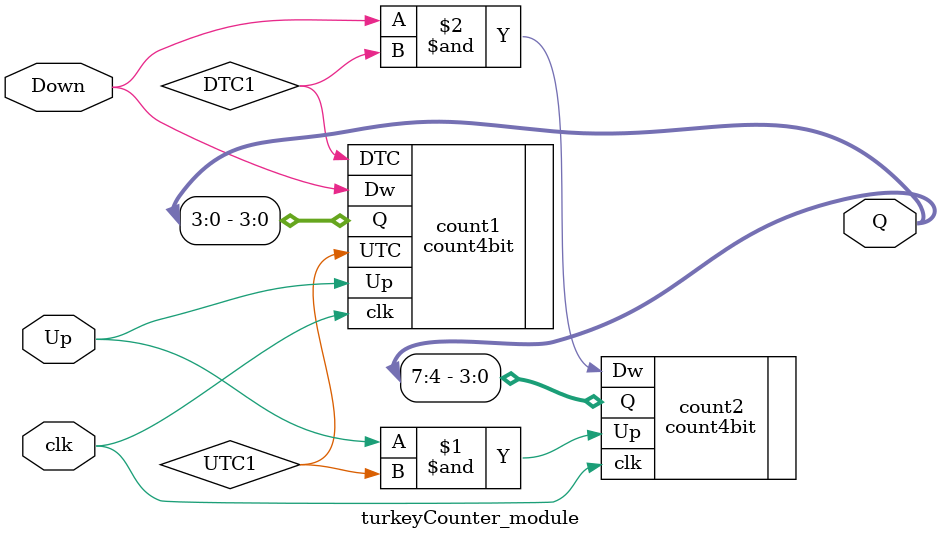
<source format=v>
`timescale 1ns / 1ps


module turkeyCounter_module(
    input clk,
    input Up,
    input Down,
    
    output [7:0] Q
);
    wire UTC1,DTC1;
    count4bit count1(.clk(clk), .Up(Up), .Dw(Down), .Q(Q[3:0]), .DTC(DTC1), .UTC(UTC1));
    count4bit count2(.clk(clk), .Up(Up & UTC1), .Dw(Down & DTC1), .Q(Q[7:4]));
    
endmodule

</source>
